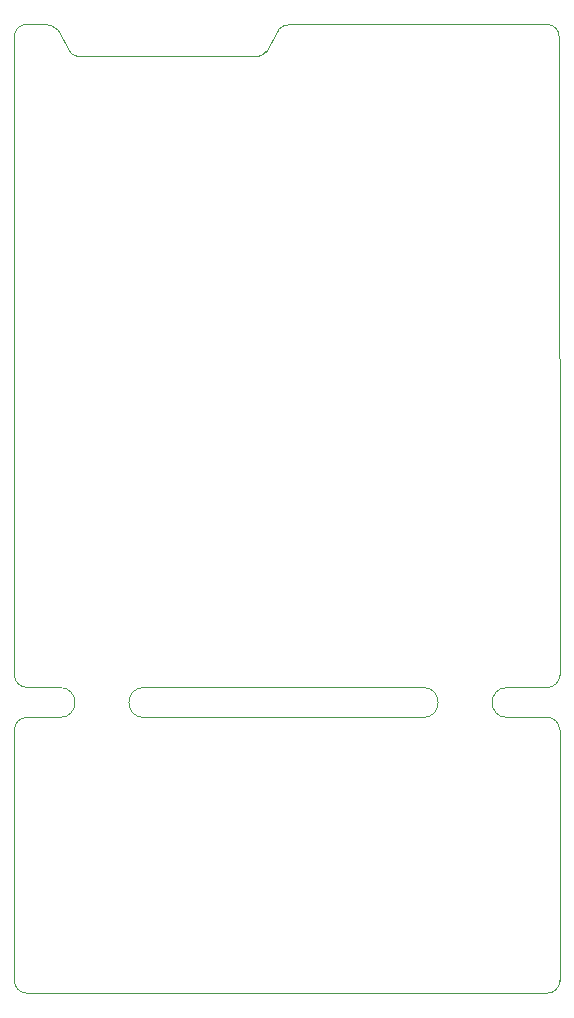
<source format=gbr>
%TF.GenerationSoftware,KiCad,Pcbnew,(7.0.0-0)*%
%TF.CreationDate,2023-09-07T02:08:45+09:00*%
%TF.ProjectId,SPSD_DIY_NANO,53505344-5f44-4495-995f-4e414e4f2e6b,rev?*%
%TF.SameCoordinates,Original*%
%TF.FileFunction,Profile,NP*%
%FSLAX46Y46*%
G04 Gerber Fmt 4.6, Leading zero omitted, Abs format (unit mm)*
G04 Created by KiCad (PCBNEW (7.0.0-0)) date 2023-09-07 02:08:45*
%MOMM*%
%LPD*%
G01*
G04 APERTURE LIST*
%TA.AperFunction,Profile*%
%ADD10C,0.050000*%
%TD*%
%TA.AperFunction,Profile*%
%ADD11C,0.100000*%
%TD*%
G04 APERTURE END LIST*
D10*
X145140322Y-65330000D02*
G75*
G03*
X144000322Y-65793554I-22J-1633500D01*
G01*
X121680000Y-66390000D02*
X121702766Y-120420233D01*
X125552000Y-124022000D02*
X122758000Y-124012000D01*
X142970000Y-67670000D02*
X144000322Y-65793554D01*
X125552000Y-121482000D02*
X122762766Y-121480233D01*
X122740000Y-65330000D02*
X124224998Y-65330000D01*
X145140322Y-65330000D02*
X166770467Y-65330000D01*
X142410000Y-67990000D02*
G75*
G03*
X142970000Y-67670000I0J650000D01*
G01*
D11*
X166818000Y-147362000D02*
X122748000Y-147362000D01*
D10*
X121688000Y-146302000D02*
G75*
G03*
X122748000Y-147362000I1060000J0D01*
G01*
X167873233Y-120419766D02*
X167830467Y-66390000D01*
X126389999Y-67670001D02*
X125364998Y-65793554D01*
X121702767Y-120420233D02*
G75*
G03*
X122762766Y-121480233I1059933J-67D01*
G01*
X167858000Y-125062000D02*
G75*
G03*
X166798000Y-124002000I-1060000J0D01*
G01*
D11*
X121688000Y-146302000D02*
X121698000Y-125072000D01*
D10*
X122758000Y-124012000D02*
G75*
G03*
X121698000Y-125072000I-100J-1059900D01*
G01*
X166813233Y-121479766D02*
X163418000Y-121482000D01*
X166813233Y-121479733D02*
G75*
G03*
X167873233Y-120419766I67J1059933D01*
G01*
X167830500Y-66390000D02*
G75*
G03*
X166770467Y-65330000I-1060100J-100D01*
G01*
X122740000Y-65330000D02*
G75*
G03*
X121680000Y-66390000I-100J-1059900D01*
G01*
X126949999Y-67990001D02*
X142410000Y-67990000D01*
X125364988Y-65793564D02*
G75*
G03*
X124224998Y-65330000I-1139988J-1169936D01*
G01*
D11*
X167858000Y-125062000D02*
X167878000Y-146302000D01*
D10*
X166818000Y-147362000D02*
G75*
G03*
X167878000Y-146302000I0J1060000D01*
G01*
X132664000Y-124022000D02*
X156306000Y-124022000D01*
X163418000Y-124022000D02*
X166798000Y-124002000D01*
X126389999Y-67670001D02*
G75*
G03*
X126949999Y-67990001I560001J330001D01*
G01*
X132664000Y-121482000D02*
X156306000Y-121482000D01*
%TO.C,REF\u002A\u002A*%
X156306000Y-124022000D02*
G75*
G03*
X156306000Y-121482000I0J1270000D01*
G01*
X163418000Y-121482000D02*
G75*
G03*
X163418000Y-124022000I0J-1270000D01*
G01*
X125552000Y-124022000D02*
G75*
G03*
X125552000Y-121482000I0J1270000D01*
G01*
X132664000Y-121482000D02*
G75*
G03*
X132664000Y-124022000I0J-1270000D01*
G01*
%TD*%
M02*

</source>
